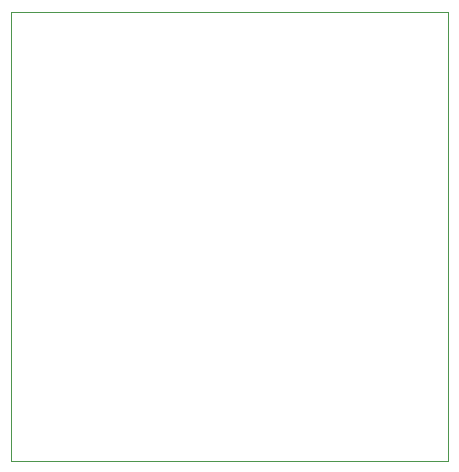
<source format=gm1>
G04 #@! TF.GenerationSoftware,KiCad,Pcbnew,9.0.2*
G04 #@! TF.CreationDate,2025-06-20T10:59:14-07:00*
G04 #@! TF.ProjectId,fsrPrototype1,66737250-726f-4746-9f74-797065312e6b,rev?*
G04 #@! TF.SameCoordinates,Original*
G04 #@! TF.FileFunction,Profile,NP*
%FSLAX46Y46*%
G04 Gerber Fmt 4.6, Leading zero omitted, Abs format (unit mm)*
G04 Created by KiCad (PCBNEW 9.0.2) date 2025-06-20 10:59:14*
%MOMM*%
%LPD*%
G01*
G04 APERTURE LIST*
G04 #@! TA.AperFunction,Profile*
%ADD10C,0.038100*%
G04 #@! TD*
G04 APERTURE END LIST*
D10*
X78000000Y-93000000D02*
X78000000Y-55000000D01*
X41000000Y-55000000D02*
X41000000Y-93000000D01*
X78000000Y-55000000D02*
X41000000Y-55000000D01*
X41000000Y-93000000D02*
X78000000Y-93000000D01*
M02*

</source>
